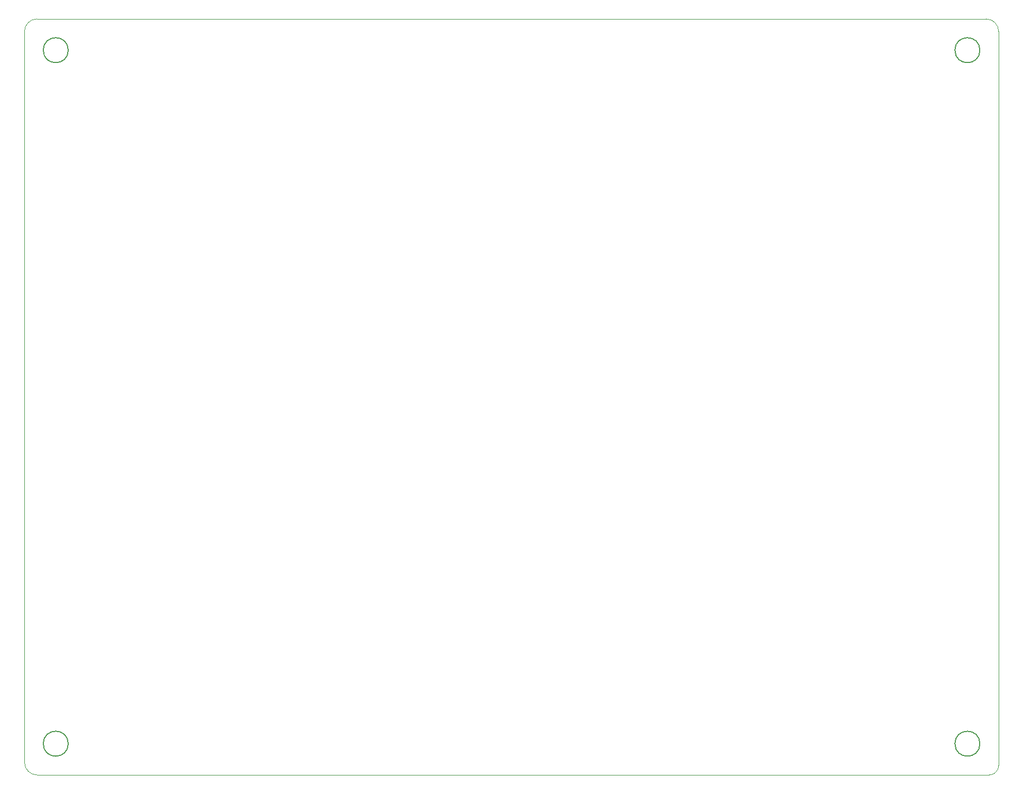
<source format=gbr>
%TF.GenerationSoftware,KiCad,Pcbnew,8.0.3*%
%TF.CreationDate,2024-07-05T07:33:57-06:00*%
%TF.ProjectId,Master of Dungeons,4d617374-6572-4206-9f66-2044756e6765,rev?*%
%TF.SameCoordinates,Original*%
%TF.FileFunction,Profile,NP*%
%FSLAX46Y46*%
G04 Gerber Fmt 4.6, Leading zero omitted, Abs format (unit mm)*
G04 Created by KiCad (PCBNEW 8.0.3) date 2024-07-05 07:33:57*
%MOMM*%
%LPD*%
G01*
G04 APERTURE LIST*
%TA.AperFunction,Profile*%
%ADD10C,0.200000*%
%TD*%
%TA.AperFunction,Profile*%
%ADD11C,0.050000*%
%TD*%
G04 APERTURE END LIST*
D10*
X225000000Y-139500000D02*
G75*
G02*
X221000000Y-139500000I-2000000J0D01*
G01*
X221000000Y-139500000D02*
G75*
G02*
X225000000Y-139500000I2000000J0D01*
G01*
D11*
X72000000Y-142500000D02*
X72000000Y-25500000D01*
X74000000Y-144500000D02*
G75*
G02*
X72000000Y-142500000I0J2000000D01*
G01*
D10*
X225000000Y-28500000D02*
G75*
G02*
X221000000Y-28500000I-2000000J0D01*
G01*
X221000000Y-28500000D02*
G75*
G02*
X225000000Y-28500000I2000000J0D01*
G01*
D11*
X228000000Y-25500000D02*
X228000000Y-143000000D01*
X226500000Y-144500000D02*
X74000000Y-144500000D01*
X74000000Y-23500000D02*
X226000000Y-23500000D01*
X228000000Y-143000000D02*
G75*
G02*
X226500000Y-144500000I-1500000J0D01*
G01*
X72000000Y-25500000D02*
G75*
G02*
X74000000Y-23500000I2000000J0D01*
G01*
X226000000Y-23500000D02*
G75*
G02*
X228000000Y-25500000I0J-2000000D01*
G01*
D10*
X79000000Y-28500000D02*
G75*
G02*
X75000000Y-28500000I-2000000J0D01*
G01*
X75000000Y-28500000D02*
G75*
G02*
X79000000Y-28500000I2000000J0D01*
G01*
X79000000Y-139500000D02*
G75*
G02*
X75000000Y-139500000I-2000000J0D01*
G01*
X75000000Y-139500000D02*
G75*
G02*
X79000000Y-139500000I2000000J0D01*
G01*
M02*

</source>
